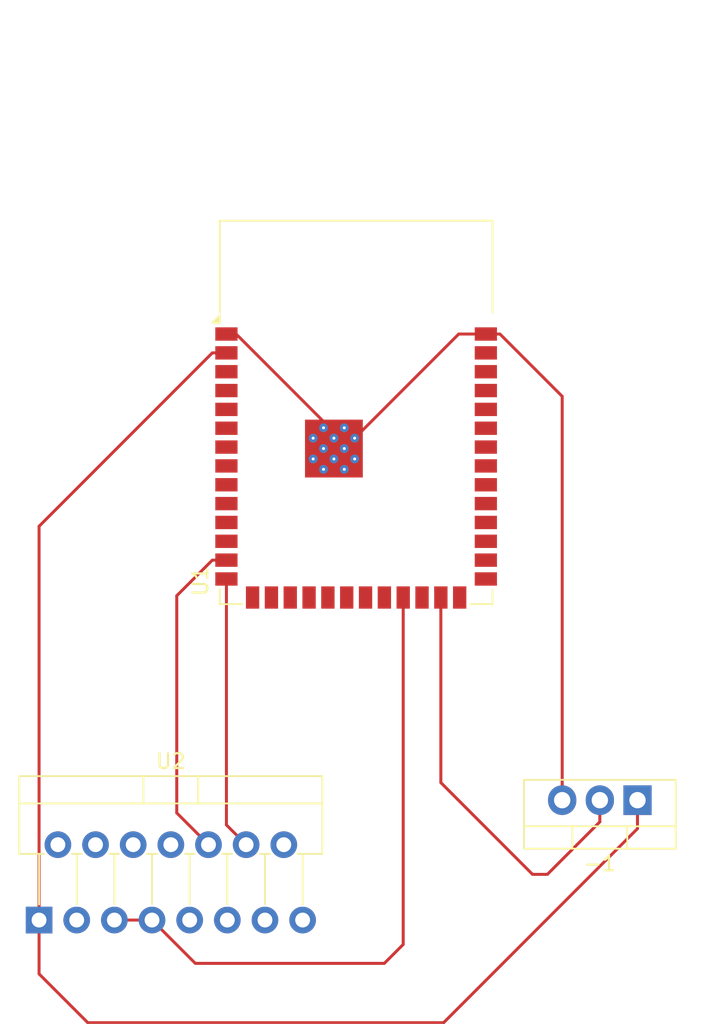
<source format=kicad_pcb>
(kicad_pcb (version 20240108) (generator "pcbnew") (generator_version "8.0")
  (layers (0 "F.Cu" signal) (31 "B.Cu" signal) (34 "B.Paste" user) (35 "F.Paste" user) (36 "B.SilkS" user "B.Silkscreen") (37 "F.SilkS" user "F.Silkscreen") (38 "B.Mask" user) (39 "F.Mask" user) (44 "Edge.Cuts" user))
  (net 0 "")
  (net 1 "Net-(-1-GND)")
  (net 2 "Net-(-1-VA)")
  (net 3 "Net-(-1-VB)")
  (net 21 "Net-(U1-IO20)")
  (net 33 "Net-(U1-IO19)")
  (net 37 "+12V")
  (net 38 "Net-(M2--)")
  (net 40 "GND")
  (net 43 "Net-(M2-+)")
  (net 44 "Net-(M1--)")
  (net 45 "Net-(M1-+)")
  (net 47 "Net-(U1-IO12)")
  (footprint "RF_Module:ESP32-S3-WROOM-1" (layer "F.Cu") (at 137.1 70.84)
    (property "Reference" "U1" (at -10.5 11.4 90) (layer "F.SilkS"))
    (property "Value" "ESP32-S3-WROOM-1")
    (fp_line (start -9.2 -12.9) (end -9.2 -6.7) (stroke (width 0.12)) (layer "F.SilkS"))
    (fp_line (start -9.2 -12.9) (end 9.2 -12.9) (stroke (width 0.12)) (layer "F.SilkS"))
    (fp_line (start -9.2 11.95) (end -9.2 12.95) (stroke (width 0.12)) (layer "F.SilkS"))
    (fp_line (start -9.2 12.95) (end -7.7 12.95) (stroke (width 0.12)) (layer "F.SilkS"))
    (fp_line (start 9.2 -12.9) (end 9.2 -6.7) (stroke (width 0.12)) (layer "F.SilkS"))
    (fp_line (start 9.2 12.95) (end 7.7 12.95) (stroke (width 0.12)) (layer "F.SilkS"))
    (fp_line (start 9.2 12.95) (end 9.2 11.95) (stroke (width 0.12)) (layer "F.SilkS"))
    (fp_poly (pts (xy -9.2 -6.025) (xy -9.7 -6.025) (xy -9.2 -6.525) (xy -9.2 -6.025)) (stroke (width 0.12)) (fill solid) (layer "F.SilkS"))
    (pad "1" smd rect (at -8.75 -5.26) (size 1.5 0.9) (layers "F.Cu" "F.Paste" "F.Mask") (net 1 "Net-(-1-GND)"))
    (pad "2" smd rect (at -8.75 -3.99) (size 1.5 0.9) (layers "F.Cu" "F.Paste" "F.Mask") (net 2 "Net-(-1-VA)"))
    (pad "3" smd rect (at -8.75 -2.72) (size 1.5 0.9) (layers "F.Cu" "F.Paste" "F.Mask"))
    (pad "4" smd rect (at -8.75 -1.45) (size 1.5 0.9) (layers "F.Cu" "F.Paste" "F.Mask"))
    (pad "5" smd rect (at -8.75 -0.18) (size 1.5 0.9) (layers "F.Cu" "F.Paste" "F.Mask"))
    (pad "6" smd rect (at -8.75 1.09) (size 1.5 0.9) (layers "F.Cu" "F.Paste" "F.Mask"))
    (pad "7" smd rect (at -8.75 2.36) (size 1.5 0.9) (layers "F.Cu" "F.Paste" "F.Mask"))
    (pad "8" smd rect (at -8.75 3.63) (size 1.5 0.9) (layers "F.Cu" "F.Paste" "F.Mask"))
    (pad "9" smd rect (at -8.75 4.9) (size 1.5 0.9) (layers "F.Cu" "F.Paste" "F.Mask"))
    (pad "10" smd rect (at -8.75 6.17) (size 1.5 0.9) (layers "F.Cu" "F.Paste" "F.Mask"))
    (pad "11" smd rect (at -8.75 7.44) (size 1.5 0.9) (layers "F.Cu" "F.Paste" "F.Mask"))
    (pad "12" smd rect (at -8.75 8.71) (size 1.5 0.9) (layers "F.Cu" "F.Paste" "F.Mask"))
    (pad "13" smd rect (at -8.75 9.98) (size 1.5 0.9) (layers "F.Cu" "F.Paste" "F.Mask") (net 33 "Net-(U1-IO19)"))
    (pad "14" smd rect (at -8.75 11.25 180) (size 1.5 0.9) (layers "F.Cu" "F.Paste" "F.Mask") (net 21 "Net-(U1-IO20)"))
    (pad "15" smd rect (at -6.985 12.5 270) (size 1.5 0.9) (layers "F.Cu" "F.Paste" "F.Mask"))
    (pad "16" smd rect (at -5.715 12.5 270) (size 1.5 0.9) (layers "F.Cu" "F.Paste" "F.Mask"))
    (pad "17" smd rect (at -4.445 12.5 270) (size 1.5 0.9) (layers "F.Cu" "F.Paste" "F.Mask"))
    (pad "18" smd rect (at -3.175 12.5 270) (size 1.5 0.9) (layers "F.Cu" "F.Paste" "F.Mask"))
    (pad "19" smd rect (at -1.905 12.5 270) (size 1.5 0.9) (layers "F.Cu" "F.Paste" "F.Mask"))
    (pad "20" smd rect (at -0.635 12.5 270) (size 1.5 0.9) (layers "F.Cu" "F.Paste" "F.Mask") (net 47 "Net-(U1-IO12)"))
    (pad "21" smd rect (at 0.635 12.5 270) (size 1.5 0.9) (layers "F.Cu" "F.Paste" "F.Mask"))
    (pad "22" smd rect (at 1.905 12.5 270) (size 1.5 0.9) (layers "F.Cu" "F.Paste" "F.Mask"))
    (pad "23" smd rect (at 3.175 12.5 270) (size 1.5 0.9) (layers "F.Cu" "F.Paste" "F.Mask") (net 47 "Net-(U1-IO12)"))
    (pad "24" smd rect (at 4.445 12.5 270) (size 1.5 0.9) (layers "F.Cu" "F.Paste" "F.Mask"))
    (pad "25" smd rect (at 5.715 12.5 270) (size 1.5 0.9) (layers "F.Cu" "F.Paste" "F.Mask") (net 3 "Net-(-1-VB)"))
    (pad "26" smd rect (at 6.985 12.5 270) (size 1.5 0.9) (layers "F.Cu" "F.Paste" "F.Mask"))
    (pad "27" smd rect (at 8.75 11.25) (size 1.5 0.9) (layers "F.Cu" "F.Paste" "F.Mask"))
    (pad "28" smd rect (at 8.75 9.98) (size 1.5 0.9) (layers "F.Cu" "F.Paste" "F.Mask"))
    (pad "29" smd rect (at 8.75 8.71) (size 1.5 0.9) (layers "F.Cu" "F.Paste" "F.Mask"))
    (pad "30" smd rect (at 8.75 7.44) (size 1.5 0.9) (layers "F.Cu" "F.Paste" "F.Mask"))
    (pad "31" smd rect (at 8.75 6.17) (size 1.5 0.9) (layers "F.Cu" "F.Paste" "F.Mask"))
    (pad "32" smd rect (at 8.75 4.9) (size 1.5 0.9) (layers "F.Cu" "F.Paste" "F.Mask"))
    (pad "33" smd rect (at 8.75 3.63) (size 1.5 0.9) (layers "F.Cu" "F.Paste" "F.Mask"))
    (pad "34" smd rect (at 8.75 2.36) (size 1.5 0.9) (layers "F.Cu" "F.Paste" "F.Mask"))
    (pad "35" smd rect (at 8.75 1.09) (size 1.5 0.9) (layers "F.Cu" "F.Paste" "F.Mask"))
    (pad "36" smd rect (at 8.75 -0.18) (size 1.5 0.9) (layers "F.Cu" "F.Paste" "F.Mask"))
    (pad "37" smd rect (at 8.75 -1.45) (size 1.5 0.9) (layers "F.Cu" "F.Paste" "F.Mask"))
    (pad "38" smd rect (at 8.75 -2.72) (size 1.5 0.9) (layers "F.Cu" "F.Paste" "F.Mask"))
    (pad "39" smd rect (at 8.75 -3.99) (size 1.5 0.9) (layers "F.Cu" "F.Paste" "F.Mask"))
    (pad "40" smd rect (at 8.75 -5.26) (size 1.5 0.9) (layers "F.Cu" "F.Paste" "F.Mask") (net 1 "Net-(-1-GND)"))
    (pad "41" thru_hole circle (at -2.9 1.76 90) (size 0.6 0.6) (drill 0.2) (property pad_prop_heatsink) (layers "*.Cu" "F.Mask") (net 1 "Net-(-1-GND)"))
    (pad "41" thru_hole circle (at -2.9 3.16) (size 0.6 0.6) (drill 0.2) (property pad_prop_heatsink) (layers "*.Cu" "F.Mask") (net 1 "Net-(-1-GND)"))
    (pad "41" thru_hole circle (at -2.2 1.06) (size 0.6 0.6) (drill 0.2) (property pad_prop_heatsink) (layers "*.Cu" "F.Mask") (net 1 "Net-(-1-GND)"))
    (pad "41" thru_hole circle (at -2.2 2.46) (size 0.6 0.6) (drill 0.2) (property pad_prop_heatsink) (layers "*.Cu" "F.Mask") (net 1 "Net-(-1-GND)"))
    (pad "41" thru_hole circle (at -2.2 3.86) (size 0.6 0.6) (drill 0.2) (property pad_prop_heatsink) (layers "*.Cu" "F.Mask") (net 1 "Net-(-1-GND)"))
    (pad "41" thru_hole circle (at -1.5 1.76) (size 0.6 0.6) (drill 0.2) (property pad_prop_heatsink) (layers "*.Cu" "F.Mask") (net 1 "Net-(-1-GND)"))
    (pad "41" smd rect (at -1.5 2.46 270) (size 3.9 3.9) (layers "F.Cu" "F.Mask") (net 1 "Net-(-1-GND)"))
    (pad "41" thru_hole circle (at -1.5 3.16) (size 0.6 0.6) (drill 0.2) (property pad_prop_heatsink) (layers "*.Cu" "F.Mask") (net 1 "Net-(-1-GND)"))
    (pad "41" thru_hole circle (at -0.8 1.06) (size 0.6 0.6) (drill 0.2) (property pad_prop_heatsink) (layers "*.Cu" "F.Mask") (net 1 "Net-(-1-GND)"))
    (pad "41" thru_hole circle (at -0.8 2.46) (size 0.6 0.6) (drill 0.2) (property pad_prop_heatsink) (layers "*.Cu" "F.Mask") (net 1 "Net-(-1-GND)"))
    (pad "41" thru_hole circle (at -0.8 3.86) (size 0.6 0.6) (drill 0.2) (property pad_prop_heatsink) (layers "*.Cu" "F.Mask") (net 1 "Net-(-1-GND)"))
    (pad "41" thru_hole circle (at -0.1 1.76) (size 0.6 0.6) (drill 0.2) (property pad_prop_heatsink) (layers "*.Cu" "F.Mask") (net 1 "Net-(-1-GND)"))
    (pad "41" thru_hole circle (at -0.1 3.16) (size 0.6 0.6) (drill 0.2) (property pad_prop_heatsink) (layers "*.Cu" "F.Mask") (net 1 "Net-(-1-GND)"))
  )
  (footprint "Package_TO_SOT_THT:TO-220-3_Vertical" (layer "F.Cu") (at 156.08 97 180)
    (property "Reference" "-1" (at 2.54 -4.27 0) (layer "F.SilkS"))
    (property "Value" "-")
    (fp_line (start 7.66 -3.27) (end 7.66 1.371) (stroke (width 0.12)) (layer "F.SilkS"))
    (fp_line (start 4.391 -3.27) (end 4.391 -1.76) (stroke (width 0.12)) (layer "F.SilkS"))
    (fp_line (start 0.69 -3.27) (end 0.69 -1.76) (stroke (width 0.12)) (layer "F.SilkS"))
    (fp_line (start -2.58 1.371) (end 7.66 1.371) (stroke (width 0.12)) (layer "F.SilkS"))
    (fp_line (start -2.58 -1.76) (end 7.66 -1.76) (stroke (width 0.12)) (layer "F.SilkS"))
    (fp_line (start -2.58 -3.27) (end 7.66 -3.27) (stroke (width 0.12)) (layer "F.SilkS"))
    (fp_line (start -2.58 -3.27) (end -2.58 1.371) (stroke (width 0.12)) (layer "F.SilkS"))
    (pad "1" thru_hole rect (at 0 0 180) (size 1.905 2) (drill 1.1) (layers "*.Cu" "*.Mask") (net 2 "Net-(-1-VA)"))
    (pad "2" thru_hole oval (at 2.54 0 180) (size 1.905 2) (drill 1.1) (layers "*.Cu" "*.Mask") (net 3 "Net-(-1-VB)"))
    (pad "3" thru_hole oval (at 5.08 0 180) (size 1.905 2) (drill 1.1) (layers "*.Cu" "*.Mask") (net 1 "Net-(-1-GND)"))
  )
  (footprint "Package_TO_SOT_THT:TO-220-15_P2.54x2.54mm_StaggerOdd_Lead4.58mm_Vertical" (layer "F.Cu") (at 115.71 105.08)
    (property "Reference" "U2" (at 8.89 -10.7 0) (layer "F.SilkS"))
    (property "Value" "L298N")
    (fp_line (start -1.33 -9.7) (end -1.33 -4.459) (stroke (width 0.12)) (layer "F.SilkS"))
    (fp_line (start -1.33 -9.7) (end 19.11 -9.7) (stroke (width 0.12)) (layer "F.SilkS"))
    (fp_line (start -1.33 -7.86) (end 19.11 -7.86) (stroke (width 0.12)) (layer "F.SilkS"))
    (fp_line (start -1.33 -4.459) (end 0.346 -4.459) (stroke (width 0.12)) (layer "F.SilkS"))
    (fp_line (start 0 -4.459) (end 0 -1.05) (stroke (width 0.12)) (layer "F.SilkS"))
    (fp_line (start 2.195 -4.459) (end 2.886 -4.459) (stroke (width 0.12)) (layer "F.SilkS"))
    (fp_line (start 2.54 -4.459) (end 2.54 -1.065) (stroke (width 0.12)) (layer "F.SilkS"))
    (fp_line (start 4.735 -4.459) (end 5.426 -4.459) (stroke (width 0.12)) (layer "F.SilkS"))
    (fp_line (start 5.08 -4.459) (end 5.08 -1.065) (stroke (width 0.12)) (layer "F.SilkS"))
    (fp_line (start 7.041 -9.7) (end 7.041 -7.86) (stroke (width 0.12)) (layer "F.SilkS"))
    (fp_line (start 7.275 -4.459) (end 7.966 -4.459) (stroke (width 0.12)) (layer "F.SilkS"))
    (fp_line (start 7.62 -4.459) (end 7.62 -1.065) (stroke (width 0.12)) (layer "F.SilkS"))
    (fp_line (start 9.815 -4.459) (end 10.506 -4.459) (stroke (width 0.12)) (layer "F.SilkS"))
    (fp_line (start 10.16 -4.459) (end 10.16 -1.065) (stroke (width 0.12)) (layer "F.SilkS"))
    (fp_line (start 10.74 -9.7) (end 10.74 -7.86) (stroke (width 0.12)) (layer "F.SilkS"))
    (fp_line (start 12.355 -4.459) (end 13.046 -4.459) (stroke (width 0.12)) (layer "F.SilkS"))
    (fp_line (start 12.7 -4.459) (end 12.7 -1.065) (stroke (width 0.12)) (layer "F.SilkS"))
    (fp_line (start 14.895 -4.459) (end 15.586 -4.459) (stroke (width 0.12)) (layer "F.SilkS"))
    (fp_line (start 15.24 -4.459) (end 15.24 -1.065) (stroke (width 0.12)) (layer "F.SilkS"))
    (fp_line (start 17.435 -4.459) (end 19.11 -4.459) (stroke (width 0.12)) (layer "F.SilkS"))
    (fp_line (start 17.78 -4.459) (end 17.78 -1.065) (stroke (width 0.12)) (layer "F.SilkS"))
    (fp_line (start 19.11 -9.7) (end 19.11 -4.459) (stroke (width 0.12)) (layer "F.SilkS"))
    (pad "1" thru_hole rect (at 0 0) (size 1.8 1.8) (drill 1) (layers "*.Cu" "*.Mask") (net 2 "Net-(-1-VA)"))
    (pad "2" thru_hole oval (at 1.27 -5.08) (size 1.8 1.8) (drill 1) (layers "*.Cu" "*.Mask") (net 43 "Net-(M2-+)"))
    (pad "3" thru_hole oval (at 2.54 0) (size 1.8 1.8) (drill 1) (layers "*.Cu" "*.Mask") (net 38 "Net-(M2--)"))
    (pad "4" thru_hole oval (at 3.81 -5.08) (size 1.8 1.8) (drill 1) (layers "*.Cu" "*.Mask"))
    (pad "5" thru_hole oval (at 5.08 0) (size 1.8 1.8) (drill 1) (layers "*.Cu" "*.Mask") (net 47 "Net-(U1-IO12)"))
    (pad "6" thru_hole oval (at 6.35 -5.08) (size 1.8 1.8) (drill 1) (layers "*.Cu" "*.Mask"))
    (pad "7" thru_hole oval (at 7.62 0) (size 1.8 1.8) (drill 1) (layers "*.Cu" "*.Mask") (net 47 "Net-(U1-IO12)"))
    (pad "8" thru_hole oval (at 8.89 -5.08) (size 1.8 1.8) (drill 1) (layers "*.Cu" "*.Mask") (net 40 "GND"))
    (pad "9" thru_hole oval (at 10.16 0) (size 1.8 1.8) (drill 1) (layers "*.Cu" "*.Mask"))
    (pad "10" thru_hole oval (at 11.43 -5.08) (size 1.8 1.8) (drill 1) (layers "*.Cu" "*.Mask") (net 33 "Net-(U1-IO19)"))
    (pad "11" thru_hole oval (at 12.7 0) (size 1.8 1.8) (drill 1) (layers "*.Cu" "*.Mask"))
    (pad "12" thru_hole oval (at 13.97 -5.08) (size 1.8 1.8) (drill 1) (layers "*.Cu" "*.Mask") (net 21 "Net-(U1-IO20)"))
    (pad "13" thru_hole oval (at 15.24 0) (size 1.8 1.8) (drill 1) (layers "*.Cu" "*.Mask") (net 45 "Net-(M1-+)"))
    (pad "14" thru_hole oval (at 16.51 -5.08) (size 1.8 1.8) (drill 1) (layers "*.Cu" "*.Mask") (net 44 "Net-(M1--)"))
    (pad "15" thru_hole oval (at 17.78 0) (size 1.8 1.8) (drill 1) (layers "*.Cu" "*.Mask") (net 37 "+12V"))
  )
  (segment (start 134.9 71.475736) (end 129.004264 65.58) (width 0.2) (layer "F.Cu") (net 1))
  (segment (start 146.8 65.58) (end 145.85 65.58) (width 0.2) (layer "F.Cu") (net 1))
  (segment (start 135.6 71.88) (end 135.6 73.3) (width 0.2) (layer "F.Cu") (net 1))
  (segment (start 129.004264 65.58) (end 128.35 65.58) (width 0.2) (layer "F.Cu") (net 1))
  (segment (start 144.02 65.58) (end 137 72.6) (width 0.2) (layer "F.Cu") (net 1))
  (segment (start 134.9 71.9) (end 134.9 71.475736) (width 0.2) (layer "F.Cu") (net 1))
  (segment (start 145.85 65.58) (end 144.02 65.58) (width 0.2) (layer "F.Cu") (net 1))
  (segment (start 151 97) (end 151 69.78) (width 0.2) (layer "F.Cu") (net 1))
  (segment (start 151 69.78) (end 146.8 65.58) (width 0.2) (layer "F.Cu") (net 1))
  (segment (start 115.71 105.08) (end 115.71 78.54) (width 0.2) (layer "F.Cu") (net 2))
  (segment (start 119 112) (end 115.71 108.71) (width 0.2) (layer "F.Cu") (net 2))
  (segment (start 143 112) (end 119 112) (width 0.2) (layer "F.Cu") (net 2))
  (segment (start 115.71 108.71) (end 115.71 105.08) (width 0.2) (layer "F.Cu") (net 2))
  (segment (start 156.08 97) (end 156.08 98.92) (width 0.2) (layer "F.Cu") (net 2))
  (segment (start 127.4 66.85) (end 128.35 66.85) (width 0.2) (layer "F.Cu") (net 2))
  (segment (start 156.08 98.92) (end 143 112) (width 0.2) (layer "F.Cu") (net 2))
  (segment (start 115.71 78.54) (end 127.4 66.85) (width 0.2) (layer "F.Cu") (net 2))
  (segment (start 153.54 97) (end 153.54 98.46) (width 0.2) (layer "F.Cu") (net 3))
  (segment (start 149 102) (end 142.815 95.815) (width 0.2) (layer "F.Cu") (net 3))
  (segment (start 142.815 95.815) (end 142.815 83.34) (width 0.2) (layer "F.Cu") (net 3))
  (segment (start 150 102) (end 149 102) (width 0.2) (layer "F.Cu") (net 3))
  (segment (start 153.54 98.46) (end 150 102) (width 0.2) (layer "F.Cu") (net 3))
  (segment (start 128.35 98.67) (end 128.35 82.09) (width 0.2) (layer "F.Cu") (net 21))
  (segment (start 129.68 100) (end 128.35 98.67) (width 0.2) (layer "F.Cu") (net 21))
  (segment (start 127.4 80.82) (end 128.35 80.82) (width 0.2) (layer "F.Cu") (net 33))
  (segment (start 127.14 100) (end 125 97.86) (width 0.2) (layer "F.Cu") (net 33))
  (segment (start 125 83.22) (end 127.4 80.82) (width 0.2) (layer "F.Cu") (net 33))
  (segment (start 125 97.86) (end 125 83.22) (width 0.2) (layer "F.Cu") (net 33))
  (segment (start 140.275 106.725) (end 140.275 83.34) (width 0.2) (layer "F.Cu") (net 47))
  (segment (start 139 108) (end 140.275 106.725) (width 0.2) (layer "F.Cu") (net 47))
  (segment (start 120.79 105.08) (end 123.33 105.08) (width 0.2) (layer "F.Cu") (net 47))
  (segment (start 123.33 105.08) (end 126.25 108) (width 0.2) (layer "F.Cu") (net 47))
  (segment (start 126.25 108) (end 139 108) (width 0.2) (layer "F.Cu") (net 47))
)
</source>
